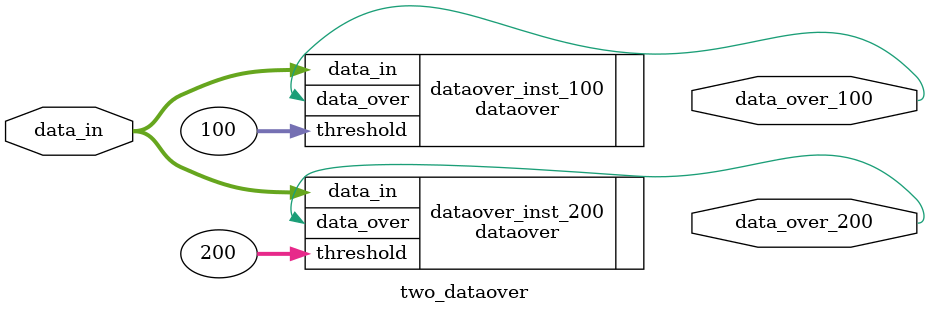
<source format=v>
`timescale 1ns/1ps

module two_dataover (
    input  wire signed [31:0] data_in,        // 32-bit signed input data
    output wire               data_over_100,  // output: 1 if data_in > 100, 0 otherwise
    output wire               data_over_200   // output: 1 if data_in > 200, 0 otherwise
);

    // Fixed signed thresholds
    localparam signed [31:0] THRESHOLD_100 = 32'sd100;
    localparam signed [31:0] THRESHOLD_200 = 32'sd200;

    // Instantiate first dataover module for comparison with 100
    dataover dataover_inst_100 (
        .data_in(data_in),
        .threshold(THRESHOLD_100),
        .data_over(data_over_100)
    );

    // Instantiate second dataover module for comparison with 200
    dataover dataover_inst_200 (
        .data_in(data_in),
        .threshold(THRESHOLD_200),
        .data_over(data_over_200)
    );

endmodule

</source>
